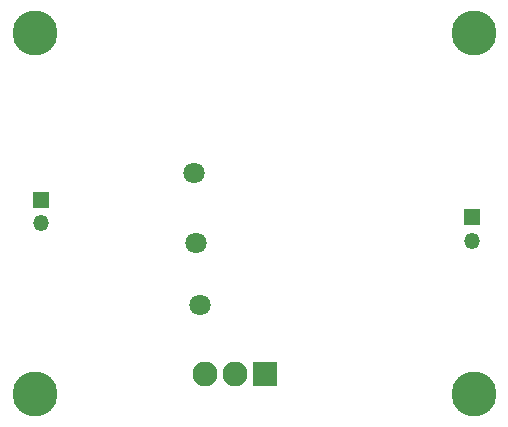
<source format=gbs>
%TF.GenerationSoftware,KiCad,Pcbnew,8.0.1*%
%TF.CreationDate,2024-11-30T19:40:22+00:00*%
%TF.ProjectId,Heating Element,48656174-696e-4672-9045-6c656d656e74,1*%
%TF.SameCoordinates,Original*%
%TF.FileFunction,Soldermask,Bot*%
%TF.FilePolarity,Negative*%
%FSLAX46Y46*%
G04 Gerber Fmt 4.6, Leading zero omitted, Abs format (unit mm)*
G04 Created by KiCad (PCBNEW 8.0.1) date 2024-11-30 19:40:22*
%MOMM*%
%LPD*%
G01*
G04 APERTURE LIST*
G04 Aperture macros list*
%AMRoundRect*
0 Rectangle with rounded corners*
0 $1 Rounding radius*
0 $2 $3 $4 $5 $6 $7 $8 $9 X,Y pos of 4 corners*
0 Add a 4 corners polygon primitive as box body*
4,1,4,$2,$3,$4,$5,$6,$7,$8,$9,$2,$3,0*
0 Add four circle primitives for the rounded corners*
1,1,$1+$1,$2,$3*
1,1,$1+$1,$4,$5*
1,1,$1+$1,$6,$7*
1,1,$1+$1,$8,$9*
0 Add four rect primitives between the rounded corners*
20,1,$1+$1,$2,$3,$4,$5,0*
20,1,$1+$1,$4,$5,$6,$7,0*
20,1,$1+$1,$6,$7,$8,$9,0*
20,1,$1+$1,$8,$9,$2,$3,0*%
G04 Aperture macros list end*
%ADD10C,3.800000*%
%ADD11C,1.800000*%
%ADD12R,1.350000X1.350000*%
%ADD13O,1.350000X1.350000*%
%ADD14RoundRect,0.102000X0.955000X0.955000X-0.955000X0.955000X-0.955000X-0.955000X0.955000X-0.955000X0*%
%ADD15C,2.114000*%
G04 APERTURE END LIST*
D10*
%TO.C,H4*%
X136175000Y-111150000D03*
%TD*%
%TO.C,H3*%
X99009200Y-111150000D03*
%TD*%
%TO.C,H2*%
X136175000Y-80517200D03*
%TD*%
%TO.C,H1*%
X99009200Y-80517200D03*
%TD*%
D11*
%TO.C,TP1*%
X112530000Y-92400000D03*
%TD*%
D12*
%TO.C,J1*%
X99560000Y-94680000D03*
D13*
X99560000Y-96680000D03*
%TD*%
D11*
%TO.C,TP3*%
X113050000Y-103620000D03*
%TD*%
%TO.C,TP2*%
X112680000Y-98310000D03*
%TD*%
D14*
%TO.C,U1*%
X118540000Y-109400000D03*
D15*
X116000000Y-109400000D03*
X113460000Y-109400000D03*
%TD*%
D12*
%TO.C,J2*%
X136042400Y-96129600D03*
D13*
X136042400Y-98129600D03*
%TD*%
M02*

</source>
